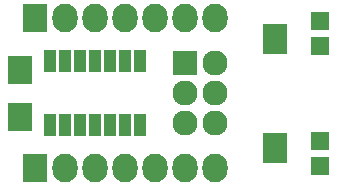
<source format=gbr>
G04 #@! TF.FileFunction,Soldermask,Top*
%FSLAX46Y46*%
G04 Gerber Fmt 4.6, Leading zero omitted, Abs format (unit mm)*
G04 Created by KiCad (PCBNEW 4.0.5+dfsg1-4) date Wed May  2 08:20:19 2018*
%MOMM*%
%LPD*%
G01*
G04 APERTURE LIST*
%ADD10C,0.100000*%
%ADD11R,2.127200X2.127200*%
%ADD12O,2.127200X2.127200*%
%ADD13R,2.000000X2.400000*%
%ADD14R,1.598880X1.598880*%
%ADD15R,2.127200X2.432000*%
%ADD16O,2.127200X2.432000*%
%ADD17R,2.000000X2.580000*%
%ADD18R,1.000000X1.900000*%
G04 APERTURE END LIST*
D10*
D11*
X184150000Y-90170000D03*
D12*
X186690000Y-90170000D03*
X184150000Y-92710000D03*
X186690000Y-92710000D03*
X184150000Y-95250000D03*
X186690000Y-95250000D03*
D13*
X170180000Y-94710000D03*
X170180000Y-90710000D03*
D14*
X195580000Y-86580980D03*
X195580000Y-88679020D03*
X195580000Y-96740980D03*
X195580000Y-98839020D03*
D15*
X171450000Y-99060000D03*
D16*
X173990000Y-99060000D03*
X176530000Y-99060000D03*
X179070000Y-99060000D03*
X181610000Y-99060000D03*
X184150000Y-99060000D03*
X186690000Y-99060000D03*
D15*
X171450000Y-86360000D03*
D16*
X173990000Y-86360000D03*
X176530000Y-86360000D03*
X179070000Y-86360000D03*
X181610000Y-86360000D03*
X184150000Y-86360000D03*
X186690000Y-86360000D03*
D17*
X191772320Y-88107570D03*
X191767680Y-97312430D03*
D18*
X172720000Y-95410000D03*
X173990000Y-95410000D03*
X175260000Y-95410000D03*
X176530000Y-95410000D03*
X177800000Y-95410000D03*
X179070000Y-95410000D03*
X180340000Y-95410000D03*
X180340000Y-90010000D03*
X179070000Y-90010000D03*
X177800000Y-90010000D03*
X176530000Y-90010000D03*
X175260000Y-90010000D03*
X173990000Y-90010000D03*
X172720000Y-90010000D03*
M02*

</source>
